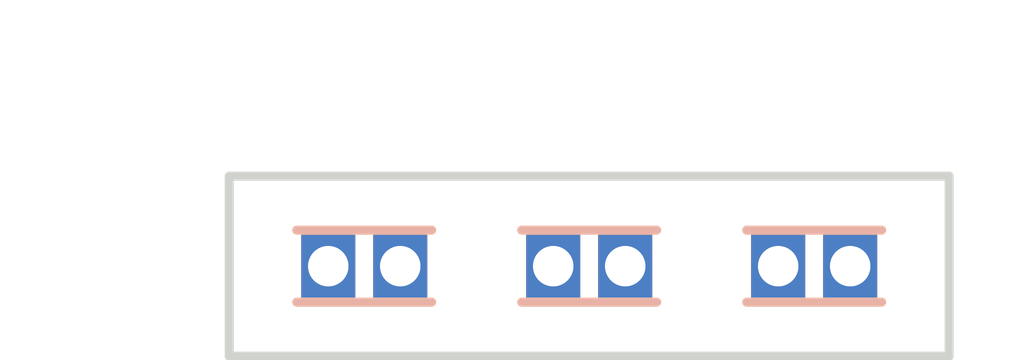
<source format=kicad_pcb>
(kicad_pcb (version 20171130) (host pcbnew 5.1.8)

  (general
    (thickness 1.6)
    (drawings 6)
    (tracks 0)
    (zones 0)
    (modules 3)
    (nets 7)
  )

  (page A4)
  (title_block
    (title "FMPCBVDL-1 PCB")
    (date 2020-11-29)
    (rev v0.1)
    (company sceext)
  )

  (layers
    (0 F.Cu mixed)
    (31 B.Cu mixed)
    (32 B.Adhes user)
    (33 F.Adhes user)
    (34 B.Paste user)
    (35 F.Paste user)
    (36 B.SilkS user)
    (37 F.SilkS user)
    (38 B.Mask user)
    (39 F.Mask user)
    (40 Dwgs.User user)
    (41 Cmts.User user)
    (42 Eco1.User user)
    (43 Eco2.User user)
    (44 Edge.Cuts user)
    (45 Margin user)
    (46 B.CrtYd user)
    (47 F.CrtYd user)
    (48 B.Fab user)
    (49 F.Fab user)
  )

  (setup
    (last_trace_width 0.16)
    (user_trace_width 0.2)
    (user_trace_width 0.3)
    (user_trace_width 0.4)
    (user_trace_width 0.5)
    (user_trace_width 1)
    (trace_clearance 0.16)
    (zone_clearance 0.2)
    (zone_45_only no)
    (trace_min 0.16)
    (via_size 0.6)
    (via_drill 0.3)
    (via_min_size 0.6)
    (via_min_drill 0.3)
    (user_via 0.6 0.3)
    (user_via 0.8 0.4)
    (user_via 1 0.5)
    (uvia_size 0.59)
    (uvia_drill 0.29)
    (uvias_allowed no)
    (uvia_min_size 0.59)
    (uvia_min_drill 0.29)
    (edge_width 0.2)
    (segment_width 0.16)
    (pcb_text_width 0.12)
    (pcb_text_size 0.5 1)
    (mod_edge_width 0.16)
    (mod_text_size 0.5 1)
    (mod_text_width 0.12)
    (pad_size 1.524 1.524)
    (pad_drill 0.762)
    (pad_to_mask_clearance 0)
    (aux_axis_origin 35 43)
    (grid_origin 43 41)
    (visible_elements FFFDFF7F)
    (pcbplotparams
      (layerselection 0x010fc_ffffffff)
      (usegerberextensions false)
      (usegerberattributes true)
      (usegerberadvancedattributes true)
      (creategerberjobfile true)
      (excludeedgelayer true)
      (linewidth 0.100000)
      (plotframeref false)
      (viasonmask false)
      (mode 1)
      (useauxorigin false)
      (hpglpennumber 1)
      (hpglpenspeed 20)
      (hpglpendiameter 15.000000)
      (psnegative false)
      (psa4output false)
      (plotreference true)
      (plotvalue true)
      (plotinvisibletext false)
      (padsonsilk false)
      (subtractmaskfromsilk false)
      (outputformat 1)
      (mirror false)
      (drillshape 1)
      (scaleselection 1)
      (outputdirectory ""))
  )

  (net 0 "")
  (net 1 "Net-(J1-Pad2)")
  (net 2 "Net-(J1-Pad1)")
  (net 3 "Net-(J2-Pad2)")
  (net 4 "Net-(J2-Pad1)")
  (net 5 "Net-(J3-Pad2)")
  (net 6 "Net-(J3-Pad1)")

  (net_class Default "This is the default net class."
    (clearance 0.16)
    (trace_width 0.16)
    (via_dia 0.6)
    (via_drill 0.3)
    (uvia_dia 0.59)
    (uvia_drill 0.29)
    (diff_pair_width 0.16)
    (diff_pair_gap 0.16)
    (add_net "Net-(J1-Pad1)")
    (add_net "Net-(J1-Pad2)")
    (add_net "Net-(J2-Pad1)")
    (add_net "Net-(J2-Pad2)")
    (add_net "Net-(J3-Pad1)")
    (add_net "Net-(J3-Pad2)")
  )

  (module fmlibf:FMPCBVDL-1-H (layer F.Cu) (tedit 5FC2858F) (tstamp 5FC2E2A3)
    (at 48 41)
    (path /5FC2B578)
    (fp_text reference J3 (at 0 1.8) (layer F.SilkS) hide
      (effects (font (size 1 1) (thickness 0.15)))
    )
    (fp_text value Conn_01x02 (at 0 -1.7) (layer F.Fab)
      (effects (font (size 1 1) (thickness 0.15)))
    )
    (fp_line (start -1.4 -0.7) (end 1.4 -0.7) (layer Cmts.User) (width 0.12))
    (fp_line (start 1.4 -0.7) (end 1.4 0.7) (layer Cmts.User) (width 0.12))
    (fp_line (start 1.4 0.7) (end -1.4 0.7) (layer Cmts.User) (width 0.12))
    (fp_line (start -1.4 0.7) (end -1.4 -0.7) (layer Cmts.User) (width 0.12))
    (fp_line (start -1.5 -0.8) (end 1.5 -0.8) (layer F.SilkS) (width 0.2))
    (fp_line (start 1.5 0.8) (end -1.5 0.8) (layer F.SilkS) (width 0.2))
    (fp_line (start -1.5 -0.8) (end 1.5 -0.8) (layer B.SilkS) (width 0.2))
    (fp_line (start -1.5 0.8) (end 1.5 0.8) (layer B.SilkS) (width 0.2))
    (pad 2 thru_hole rect (at 0.8 0) (size 1.2 1.4) (drill 0.9) (layers *.Cu *.Mask)
      (net 5 "Net-(J3-Pad2)"))
    (pad 1 thru_hole rect (at -0.8 0) (size 1.2 1.4) (drill 0.9) (layers *.Cu *.Mask)
      (net 6 "Net-(J3-Pad1)"))
  )

  (module fmlibf:FMPCBVDL-1-H (layer F.Cu) (tedit 5FC2858F) (tstamp 5FC2E295)
    (at 43 41)
    (path /5FC2B3B4)
    (fp_text reference J2 (at 0 1.8) (layer F.SilkS) hide
      (effects (font (size 1 1) (thickness 0.15)))
    )
    (fp_text value Conn_01x02 (at 0 -1.7) (layer F.Fab)
      (effects (font (size 1 1) (thickness 0.15)))
    )
    (fp_line (start -1.4 -0.7) (end 1.4 -0.7) (layer Cmts.User) (width 0.12))
    (fp_line (start 1.4 -0.7) (end 1.4 0.7) (layer Cmts.User) (width 0.12))
    (fp_line (start 1.4 0.7) (end -1.4 0.7) (layer Cmts.User) (width 0.12))
    (fp_line (start -1.4 0.7) (end -1.4 -0.7) (layer Cmts.User) (width 0.12))
    (fp_line (start -1.5 -0.8) (end 1.5 -0.8) (layer F.SilkS) (width 0.2))
    (fp_line (start 1.5 0.8) (end -1.5 0.8) (layer F.SilkS) (width 0.2))
    (fp_line (start -1.5 -0.8) (end 1.5 -0.8) (layer B.SilkS) (width 0.2))
    (fp_line (start -1.5 0.8) (end 1.5 0.8) (layer B.SilkS) (width 0.2))
    (pad 2 thru_hole rect (at 0.8 0) (size 1.2 1.4) (drill 0.9) (layers *.Cu *.Mask)
      (net 3 "Net-(J2-Pad2)"))
    (pad 1 thru_hole rect (at -0.8 0) (size 1.2 1.4) (drill 0.9) (layers *.Cu *.Mask)
      (net 4 "Net-(J2-Pad1)"))
  )

  (module fmlibf:FMPCBVDL-1-H (layer F.Cu) (tedit 5FC2858F) (tstamp 5FC2E287)
    (at 38 41)
    (path /5FC2BF02)
    (fp_text reference J1 (at 0 1.8) (layer F.SilkS) hide
      (effects (font (size 1 1) (thickness 0.15)))
    )
    (fp_text value Conn_01x02 (at 0 -1.7) (layer F.Fab)
      (effects (font (size 1 1) (thickness 0.15)))
    )
    (fp_line (start -1.4 -0.7) (end 1.4 -0.7) (layer Cmts.User) (width 0.12))
    (fp_line (start 1.4 -0.7) (end 1.4 0.7) (layer Cmts.User) (width 0.12))
    (fp_line (start 1.4 0.7) (end -1.4 0.7) (layer Cmts.User) (width 0.12))
    (fp_line (start -1.4 0.7) (end -1.4 -0.7) (layer Cmts.User) (width 0.12))
    (fp_line (start -1.5 -0.8) (end 1.5 -0.8) (layer F.SilkS) (width 0.2))
    (fp_line (start 1.5 0.8) (end -1.5 0.8) (layer F.SilkS) (width 0.2))
    (fp_line (start -1.5 -0.8) (end 1.5 -0.8) (layer B.SilkS) (width 0.2))
    (fp_line (start -1.5 0.8) (end 1.5 0.8) (layer B.SilkS) (width 0.2))
    (pad 2 thru_hole rect (at 0.8 0) (size 1.2 1.4) (drill 0.9) (layers *.Cu *.Mask)
      (net 1 "Net-(J1-Pad2)"))
    (pad 1 thru_hole rect (at -0.8 0) (size 1.2 1.4) (drill 0.9) (layers *.Cu *.Mask)
      (net 2 "Net-(J1-Pad1)"))
  )

  (dimension 4 (width 0.16) (layer Cmts.User)
    (gr_text "4.000 mm" (at 31.72 41 270) (layer Cmts.User)
      (effects (font (size 1 0.5) (thickness 0.12)))
    )
    (feature1 (pts (xy 35 43) (xy 32.413579 43)))
    (feature2 (pts (xy 35 39) (xy 32.413579 39)))
    (crossbar (pts (xy 33 39) (xy 33 43)))
    (arrow1a (pts (xy 33 43) (xy 32.413579 41.873496)))
    (arrow1b (pts (xy 33 43) (xy 33.586421 41.873496)))
    (arrow2a (pts (xy 33 39) (xy 32.413579 40.126504)))
    (arrow2b (pts (xy 33 39) (xy 33.586421 40.126504)))
  )
  (dimension 16 (width 0.16) (layer Cmts.User)
    (gr_text "16.000 mm" (at 43 35.72) (layer Cmts.User)
      (effects (font (size 1 0.5) (thickness 0.12)))
    )
    (feature1 (pts (xy 51 39) (xy 51 36.413579)))
    (feature2 (pts (xy 35 39) (xy 35 36.413579)))
    (crossbar (pts (xy 35 37) (xy 51 37)))
    (arrow1a (pts (xy 51 37) (xy 49.873496 37.586421)))
    (arrow1b (pts (xy 51 37) (xy 49.873496 36.413579)))
    (arrow2a (pts (xy 35 37) (xy 36.126504 37.586421)))
    (arrow2b (pts (xy 35 37) (xy 36.126504 36.413579)))
  )
  (gr_line (start 35 43) (end 35 39) (layer Edge.Cuts) (width 0.2) (tstamp 5FC2E436))
  (gr_line (start 51 43) (end 35 43) (layer Edge.Cuts) (width 0.2))
  (gr_line (start 51 39) (end 51 43) (layer Edge.Cuts) (width 0.2))
  (gr_line (start 35 39) (end 51 39) (layer Edge.Cuts) (width 0.2))

)

</source>
